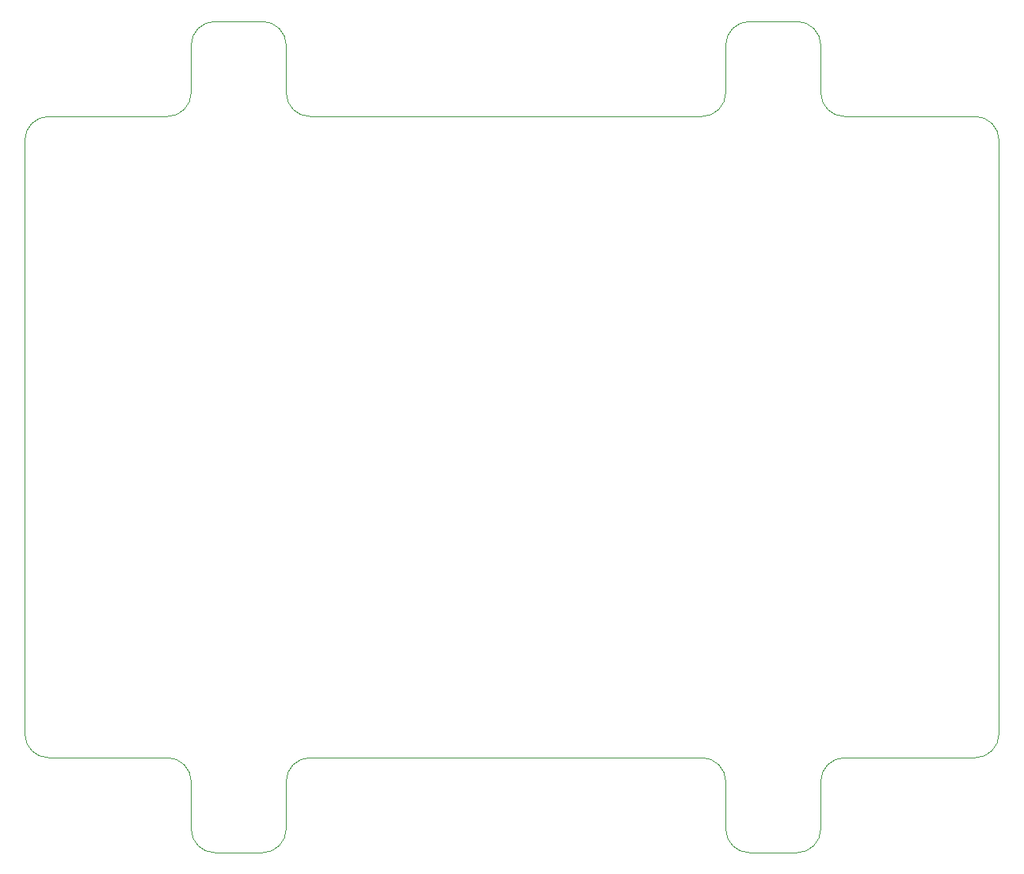
<source format=gm1>
G04 #@! TF.GenerationSoftware,KiCad,Pcbnew,8.0.1*
G04 #@! TF.CreationDate,2025-04-08T18:27:36-04:00*
G04 #@! TF.ProjectId,GHOUL_V1.0,47484f55-4c5f-4563-912e-302e6b696361,rev?*
G04 #@! TF.SameCoordinates,Original*
G04 #@! TF.FileFunction,Profile,NP*
%FSLAX46Y46*%
G04 Gerber Fmt 4.6, Leading zero omitted, Abs format (unit mm)*
G04 Created by KiCad (PCBNEW 8.0.1) date 2025-04-08 18:27:36*
%MOMM*%
%LPD*%
G01*
G04 APERTURE LIST*
G04 #@! TA.AperFunction,Profile*
%ADD10C,0.100000*%
G04 #@! TD*
G04 APERTURE END LIST*
D10*
X134620000Y-66040000D02*
X176530000Y-66040000D01*
X179070000Y-63500000D02*
G75*
G02*
X176530000Y-66040000I-2540000J0D01*
G01*
X191770000Y-134620000D02*
X205740000Y-134620000D01*
X181610000Y-144780000D02*
X186690000Y-144780000D01*
X191770000Y-66040000D02*
G75*
G02*
X189230000Y-63500000I-100J2539900D01*
G01*
X121920000Y-58420000D02*
G75*
G02*
X124460000Y-55880000I2539900J100D01*
G01*
X189230000Y-142240000D02*
X189230000Y-137160000D01*
X208280000Y-132080000D02*
X208280000Y-68580000D01*
X134620000Y-134620000D02*
X176530000Y-134620000D01*
X132080000Y-137160000D02*
G75*
G02*
X134620000Y-134620000I2539900J100D01*
G01*
X132080000Y-142240000D02*
G75*
G02*
X129540000Y-144780000I-2540000J0D01*
G01*
X121920000Y-63500000D02*
G75*
G02*
X119380000Y-66040000I-2540000J0D01*
G01*
X104140000Y-68580000D02*
G75*
G02*
X106680000Y-66040000I2539900J100D01*
G01*
X179070000Y-63500000D02*
X179070000Y-58420000D01*
X179070000Y-58420000D02*
G75*
G02*
X181610000Y-55880000I2539900J100D01*
G01*
X134620000Y-66040000D02*
G75*
G02*
X132080000Y-63500000I-100J2539900D01*
G01*
X124460000Y-144780000D02*
X129540000Y-144780000D01*
X208280000Y-132080000D02*
G75*
G02*
X205740000Y-134620000I-2540000J0D01*
G01*
X179070000Y-137160000D02*
X179070000Y-142240000D01*
X176530000Y-134620000D02*
G75*
G02*
X179070000Y-137160000I-100J-2540100D01*
G01*
X181610000Y-55880000D02*
X186690000Y-55880000D01*
X132080000Y-58420000D02*
X132080000Y-63500000D01*
X119380000Y-134620000D02*
G75*
G02*
X121920000Y-137160000I-100J-2540100D01*
G01*
X189230000Y-58420000D02*
X189230000Y-63500000D01*
X124460000Y-55880000D02*
X129540000Y-55880000D01*
X191770000Y-66040000D02*
X205740000Y-66040000D01*
X181610000Y-144780000D02*
G75*
G02*
X179070000Y-142240000I-100J2539900D01*
G01*
X124460000Y-144780000D02*
G75*
G02*
X121920000Y-142240000I-100J2539900D01*
G01*
X106680000Y-66040000D02*
X119380000Y-66040000D01*
X189230000Y-137160000D02*
G75*
G02*
X191770000Y-134620000I2539900J100D01*
G01*
X106680000Y-134620000D02*
G75*
G02*
X104140000Y-132080000I-100J2539900D01*
G01*
X205740000Y-66040000D02*
G75*
G02*
X208280000Y-68580000I-100J-2540100D01*
G01*
X104140000Y-68580000D02*
X104140000Y-132080000D01*
X132080000Y-142240000D02*
X132080000Y-137160000D01*
X121920000Y-137160000D02*
X121920000Y-142240000D01*
X121920000Y-63500000D02*
X121920000Y-58420000D01*
X186690000Y-55880000D02*
G75*
G02*
X189230000Y-58420000I-100J-2540100D01*
G01*
X106680000Y-134620000D02*
X119380000Y-134620000D01*
X129540000Y-55880000D02*
G75*
G02*
X132080000Y-58420000I-100J-2540100D01*
G01*
X189230000Y-142240000D02*
G75*
G02*
X186690000Y-144780000I-2540000J0D01*
G01*
M02*

</source>
